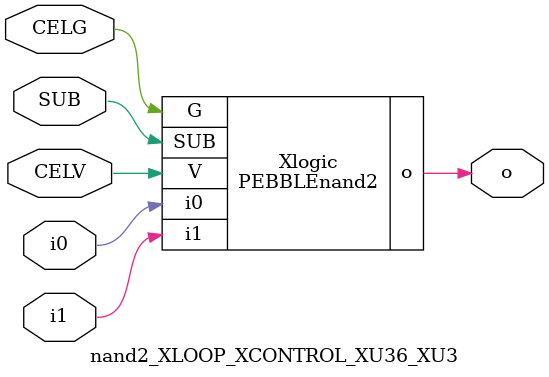
<source format=v>



module PEBBLEnand2 ( o, G, SUB, V, i0, i1 );

  input i0;
  input V;
  input i1;
  input G;
  output o;
  input SUB;
endmodule

//Celera Confidential Do Not Copy nand2_XLOOP_XCONTROL_XU36_XU3
//Celera Confidential Symbol Generator
//5V NAND2
module nand2_XLOOP_XCONTROL_XU36_XU3 (CELV,CELG,i0,i1,o,SUB);
input CELV;
input CELG;
input i0;
input i1;
input SUB;
output o;

//Celera Confidential Do Not Copy nand2
PEBBLEnand2 Xlogic(
.V (CELV),
.i0 (i0),
.i1 (i1),
.o (o),
.SUB (SUB),
.G (CELG)
);
//,diesize,PEBBLEnand2

//Celera Confidential Do Not Copy Module End
//Celera Schematic Generator
endmodule

</source>
